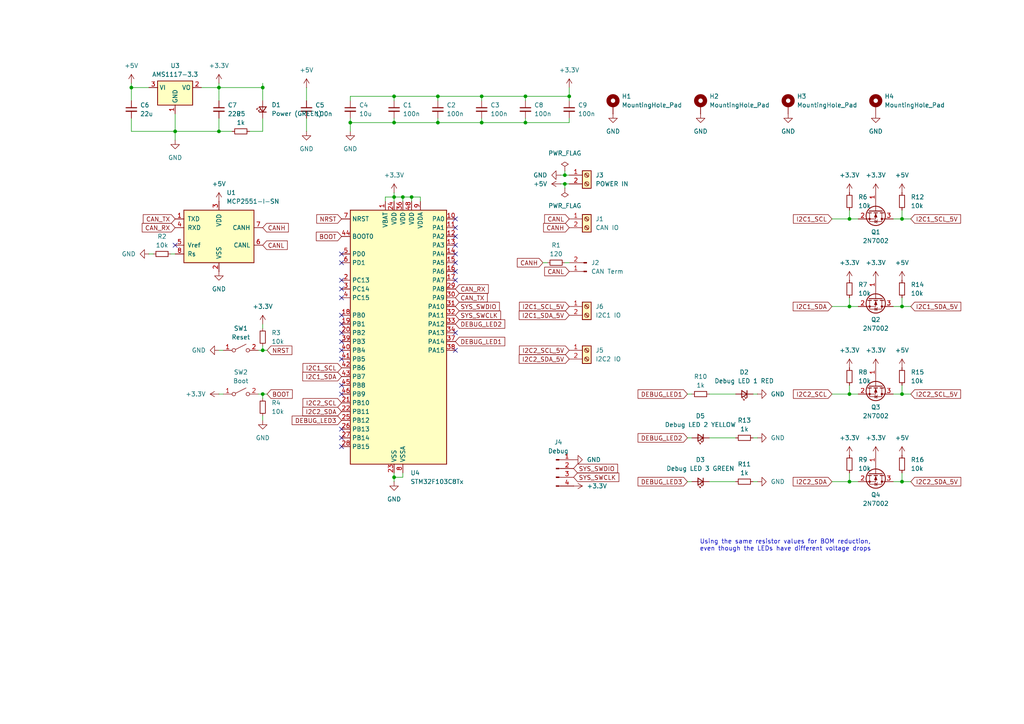
<source format=kicad_sch>
(kicad_sch (version 20231120) (generator "eeschema") (generator_version "8.0")
  (paper "A4")
  (lib_symbols
    (symbol "Connector:Conn_01x02_Pin" (pin_names (offset 1.016) hide)
      (property "Reference" "J" (at 0 2.54 0))
      (property "Value" "Conn_01x02_Pin" (at 0 -5.08 0))
      (symbol "Conn_01x02_Pin_1_1"
        (pin passive line (at 5.08 0 180) (length 3.81) (name "Pin_1") (number "1"))
        (pin passive line (at 5.08 -2.54 180) (length 3.81) (name "Pin_2") (number "2"))
      )
    )
    (symbol "Connector:Conn_01x04_Pin" (pin_names (offset 1.016) hide)
      (property "Reference" "J" (at 0 5.08 0))
      (property "Value" "Conn_01x04_Pin" (at 0 -7.62 0))
      (symbol "Conn_01x04_Pin_1_1"
        (pin passive line (at 5.08 2.54 180) (length 3.81) (name "Pin_1") (number "1"))
        (pin passive line (at 5.08 0 180) (length 3.81) (name "Pin_2") (number "2"))
        (pin passive line (at 5.08 -2.54 180) (length 3.81) (name "Pin_3") (number "3"))
        (pin passive line (at 5.08 -5.08 180) (length 3.81) (name "Pin_4") (number "4"))
      )
    )
    (symbol "Connector:Screw_Terminal_01x02" (pin_names (offset 1.016) hide)
      (property "Reference" "J" (at 0 2.54 0))
      (property "Value" "Screw_Terminal_01x02" (at 0 -5.08 0))
      (symbol "Screw_Terminal_01x02_1_1"
        (pin passive line (at -5.08 0 0) (length 3.81) (name "Pin_1") (number "1"))
        (pin passive line (at -5.08 -2.54 0) (length 3.81) (name "Pin_2") (number "2"))
      )
    )
    (symbol "Device:C_Small" (pin_numbers hide) (pin_names (offset 0.254) hide)
      (property "Reference" "C" (at 0.254 1.778 0))
      (property "Value" "C_Small" (at 0.254 -2.032 0))
      (symbol "C_Small_1_1"
        (pin passive line (at 0 2.54 270) (length 2.032) (name "~") (number "1"))
        (pin passive line (at 0 -2.54 90) (length 2.032) (name "~") (number "2"))
      )
    )
    (symbol "Device:LED_Small" (pin_numbers hide) (pin_names (offset 0.254) hide)
      (property "Reference" "D" (at -1.27 3.175 0))
      (property "Value" "LED_Small" (at -4.445 -2.54 0))
      (symbol "LED_Small_1_1"
        (pin passive line (at -2.54 0 0) (length 1.778) (name "K") (number "1"))
        (pin passive line (at 2.54 0 180) (length 1.778) (name "A") (number "2"))
      )
    )
    (symbol "Device:R_Small" (pin_numbers hide) (pin_names (offset 0.254) hide)
      (property "Reference" "R" (at 0.762 0.508 0))
      (property "Value" "R_Small" (at 0.762 -1.016 0))
      (symbol "R_Small_1_1"
        (pin passive line (at 0 2.54 270) (length 0.762) (name "~") (number "1"))
        (pin passive line (at 0 -2.54 90) (length 0.762) (name "~") (number "2"))
      )
    )
    (symbol "Interface_CAN_LIN:MCP2551-I-SN" (pin_names (offset 1.016))
      (property "Reference" "U" (at -10.16 8.89 0))
      (property "Value" "MCP2551-I-SN" (at 2.54 8.89 0))
      (symbol "MCP2551-I-SN_1_1"
        (pin input line (at -12.7 5.08 0) (length 2.54) (name "TXD") (number "1"))
        (pin power_in line (at 0 -10.16 90) (length 2.54) (name "VSS") (number "2"))
        (pin power_in line (at 0 10.16 270) (length 2.54) (name "VDD") (number "3"))
        (pin output line (at -12.7 2.54 0) (length 2.54) (name "RXD") (number "4"))
        (pin power_out line (at -12.7 -2.54 0) (length 2.54) (name "Vref") (number "5"))
        (pin bidirectional line (at 12.7 -2.54 180) (length 2.54) (name "CANL") (number "6"))
        (pin bidirectional line (at 12.7 2.54 180) (length 2.54) (name "CANH") (number "7"))
        (pin input line (at -12.7 -5.08 0) (length 2.54) (name "Rs") (number "8"))
      )
    )
    (symbol "MCU_ST_STM32F1:STM32F103C8Tx"
      (property "Reference" "U" (at -12.7 39.37 0))
      (property "Value" "STM32F103C8Tx" (at 10.16 39.37 0))
      (symbol "STM32F103C8Tx_1_1"
        (pin power_in line (at -2.54 40.64 270) (length 2.54) (name "VBAT") (number "1"))
        (pin bidirectional line (at 17.78 35.56 180) (length 2.54) (name "PA0") (number "10"))
        (pin bidirectional line (at 17.78 33.02 180) (length 2.54) (name "PA1") (number "11"))
        (pin bidirectional line (at 17.78 30.48 180) (length 2.54) (name "PA2") (number "12"))
        (pin bidirectional line (at 17.78 27.94 180) (length 2.54) (name "PA3") (number "13"))
        (pin bidirectional line (at 17.78 25.4 180) (length 2.54) (name "PA4") (number "14"))
        (pin bidirectional line (at 17.78 22.86 180) (length 2.54) (name "PA5") (number "15"))
        (pin bidirectional line (at 17.78 20.32 180) (length 2.54) (name "PA6") (number "16"))
        (pin bidirectional line (at 17.78 17.78 180) (length 2.54) (name "PA7") (number "17"))
        (pin bidirectional line (at -15.24 7.62 0) (length 2.54) (name "PB0") (number "18"))
        (pin bidirectional line (at -15.24 5.08 0) (length 2.54) (name "PB1") (number "19"))
        (pin bidirectional line (at -15.24 17.78 0) (length 2.54) (name "PC13") (number "2"))
        (pin bidirectional line (at -15.24 2.54 0) (length 2.54) (name "PB2") (number "20"))
        (pin bidirectional line (at -15.24 -17.78 0) (length 2.54) (name "PB10") (number "21"))
        (pin bidirectional line (at -15.24 -20.32 0) (length 2.54) (name "PB11") (number "22"))
        (pin power_in line (at 0 -38.1 90) (length 2.54) (name "VSS") (number "23"))
        (pin power_in line (at 0 40.64 270) (length 2.54) (name "VDD") (number "24"))
        (pin bidirectional line (at -15.24 -22.86 0) (length 2.54) (name "PB12") (number "25"))
        (pin bidirectional line (at -15.24 -25.4 0) (length 2.54) (name "PB13") (number "26"))
        (pin bidirectional line (at -15.24 -27.94 0) (length 2.54) (name "PB14") (number "27"))
        (pin bidirectional line (at -15.24 -30.48 0) (length 2.54) (name "PB15") (number "28"))
        (pin bidirectional line (at 17.78 15.24 180) (length 2.54) (name "PA8") (number "29"))
        (pin bidirectional line (at -15.24 15.24 0) (length 2.54) (name "PC14") (number "3"))
        (pin bidirectional line (at 17.78 12.7 180) (length 2.54) (name "PA9") (number "30"))
        (pin bidirectional line (at 17.78 10.16 180) (length 2.54) (name "PA10") (number "31"))
        (pin bidirectional line (at 17.78 7.62 180) (length 2.54) (name "PA11") (number "32"))
        (pin bidirectional line (at 17.78 5.08 180) (length 2.54) (name "PA12") (number "33"))
        (pin bidirectional line (at 17.78 2.54 180) (length 2.54) (name "PA13") (number "34"))
        (pin passive line (at 0 -38.1 90) (length 2.54) hide (name "VSS") (number "35"))
        (pin power_in line (at 2.54 40.64 270) (length 2.54) (name "VDD") (number "36"))
        (pin bidirectional line (at 17.78 0 180) (length 2.54) (name "PA14") (number "37"))
        (pin bidirectional line (at 17.78 -2.54 180) (length 2.54) (name "PA15") (number "38"))
        (pin bidirectional line (at -15.24 0 0) (length 2.54) (name "PB3") (number "39"))
        (pin bidirectional line (at -15.24 12.7 0) (length 2.54) (name "PC15") (number "4"))
        (pin bidirectional line (at -15.24 -2.54 0) (length 2.54) (name "PB4") (number "40"))
        (pin bidirectional line (at -15.24 -5.08 0) (length 2.54) (name "PB5") (number "41"))
        (pin bidirectional line (at -15.24 -7.62 0) (length 2.54) (name "PB6") (number "42"))
        (pin bidirectional line (at -15.24 -10.16 0) (length 2.54) (name "PB7") (number "43"))
        (pin input line (at -15.24 30.48 0) (length 2.54) (name "BOOT0") (number "44"))
        (pin bidirectional line (at -15.24 -12.7 0) (length 2.54) (name "PB8") (number "45"))
        (pin bidirectional line (at -15.24 -15.24 0) (length 2.54) (name "PB9") (number "46"))
        (pin passive line (at 0 -38.1 90) (length 2.54) hide (name "VSS") (number "47"))
        (pin power_in line (at 5.08 40.64 270) (length 2.54) (name "VDD") (number "48"))
        (pin bidirectional line (at -15.24 25.4 0) (length 2.54) (name "PD0") (number "5"))
        (pin bidirectional line (at -15.24 22.86 0) (length 2.54) (name "PD1") (number "6"))
        (pin input line (at -15.24 35.56 0) (length 2.54) (name "NRST") (number "7"))
        (pin power_in line (at 2.54 -38.1 90) (length 2.54) (name "VSSA") (number "8"))
        (pin power_in line (at 7.62 40.64 270) (length 2.54) (name "VDDA") (number "9"))
      )
    )
    (symbol "Mechanical:MountingHole_Pad" (pin_numbers hide) (pin_names (offset 1.016) hide) (exclude_from_sim yes) (in_bom no)
      (property "Reference" "H" (at 0 6.35 0))
      (property "Value" "MountingHole_Pad" (at 0 4.445 0))
      (symbol "MountingHole_Pad_1_1"
        (pin input line (at 0 -2.54 90) (length 2.54) (name "1") (number "1"))
      )
    )
    (symbol "Regulator_Linear:AMS1117-3.3"
      (property "Reference" "U" (at -3.81 3.175 0))
      (property "Value" "AMS1117-3.3" (at 0 3.175 0))
      (symbol "AMS1117-3.3_1_1"
        (pin power_in line (at 0 -7.62 90) (length 2.54) (name "GND") (number "1"))
        (pin power_out line (at 7.62 0 180) (length 2.54) (name "VO") (number "2"))
        (pin power_in line (at -7.62 0 0) (length 2.54) (name "VI") (number "3"))
      )
    )
    (symbol "Switch:SW_SPST" (pin_names (offset 0) hide)
      (property "Reference" "SW" (at 0 3.175 0))
      (property "Value" "SW_SPST" (at 0 -2.54 0))
      (symbol "SW_SPST_1_1"
        (pin passive line (at -5.08 0 0) (length 2.54) (name "A") (number "1"))
        (pin passive line (at 5.08 0 180) (length 2.54) (name "B") (number "2"))
      )
    )
    (symbol "Transistor_FET:2N7002" (pin_names hide)
      (property "Reference" "Q" (at 5.08 1.905 0))
      (property "Value" "2N7002" (at 5.08 0 0))
      (symbol "2N7002_1_1"
        (pin input line (at -5.08 0 0) (length 2.54) (name "G") (number "1"))
        (pin passive line (at 2.54 -5.08 90) (length 2.54) (name "S") (number "2"))
        (pin passive line (at 2.54 5.08 270) (length 2.54) (name "D") (number "3"))
      )
    )
    (symbol "power:+3.3V" (power) (pin_numbers hide) (pin_names (offset 0) hide)
      (property "Value" "+3.3V" (at 0 3.556 0))
      (symbol "+3.3V_1_1"
        (pin power_in line (at 0 0 90) (length 0) (name "~") (number "1"))
      )
    )
    (symbol "power:+5V" (power) (pin_numbers hide) (pin_names (offset 0) hide)
      (property "Value" "+5V" (at 0 3.556 0))
      (symbol "+5V_1_1"
        (pin power_in line (at 0 0 90) (length 0) (name "~") (number "1"))
      )
    )
    (symbol "power:GND" (power) (pin_numbers hide) (pin_names (offset 0) hide)
      (property "Value" "GND" (at 0 -3.81 0))
      (symbol "GND_1_1"
        (pin power_in line (at 0 0 270) (length 0) (name "~") (number "1"))
      )
    )
    (symbol "power:PWR_FLAG" (power) (pin_numbers hide) (pin_names (offset 0) hide)
      (property "Value" "PWR_FLAG" (at 0 3.81 0))
      (symbol "PWR_FLAG_0_0"
        (pin power_out line (at 0 0 90) (length 0) (name "~") (number "1"))
      )
    )
  )
  (junction (at 119.38 57.15))
  (junction (at 76.2 101.6))
  (junction (at 139.7 35.56))
  (junction (at 246.38 139.7))
  (junction (at 261.62 139.7))
  (junction (at 127 35.56))
  (junction (at 261.62 63.5))
  (junction (at 127 27.94))
  (junction (at 63.5 25.4))
  (junction (at 261.62 88.9))
  (junction (at 38.1 25.4))
  (junction (at 114.3 27.94))
  (junction (at 246.38 63.5))
  (junction (at 261.62 114.3))
  (junction (at 165.1 27.94))
  (junction (at 76.2 114.3))
  (junction (at 246.38 114.3))
  (junction (at 246.38 88.9))
  (junction (at 163.83 50.8))
  (junction (at 63.5 38.1))
  (junction (at 152.4 35.56))
  (junction (at 152.4 27.94))
  (junction (at 50.8 38.1))
  (junction (at 163.83 53.34))
  (junction (at 114.3 138.43))
  (junction (at 116.84 57.15))
  (junction (at 139.7 27.94))
  (junction (at 101.6 35.56))
  (junction (at 114.3 57.15))
  (junction (at 76.2 25.4))
  (junction (at 114.3 35.56))
  (no_connect (at 99.06 101.6))
  (no_connect (at 99.06 76.2))
  (no_connect (at 99.06 96.52))
  (no_connect (at 99.06 81.28))
  (no_connect (at 132.08 66.04))
  (no_connect (at 132.08 68.58))
  (no_connect (at 99.06 93.98))
  (no_connect (at 132.08 96.52))
  (no_connect (at 132.08 101.6))
  (no_connect (at 132.08 78.74))
  (no_connect (at 99.06 86.36))
  (no_connect (at 99.06 124.46))
  (no_connect (at 132.08 63.5))
  (no_connect (at 99.06 99.06))
  (no_connect (at 132.08 71.12))
  (no_connect (at 99.06 127))
  (no_connect (at 99.06 91.44))
  (no_connect (at 99.06 114.3))
  (no_connect (at 132.08 76.2))
  (no_connect (at 99.06 129.54))
  (no_connect (at 50.8 71.12))
  (no_connect (at 99.06 83.82))
  (no_connect (at 132.08 73.66))
  (no_connect (at 99.06 73.66))
  (no_connect (at 99.06 111.76))
  (no_connect (at 132.08 81.28))
  (no_connect (at 99.06 104.14))
  (wire (pts (xy 165.1 27.94) (xy 165.1 29.21)))
  (wire (pts (xy 114.3 27.94) (xy 114.3 29.21)))
  (wire (pts (xy 246.38 63.5) (xy 248.92 63.5)))
  (wire (pts (xy 139.7 29.21) (xy 139.7 27.94)))
  (wire (pts (xy 152.4 27.94) (xy 152.4 29.21)))
  (wire (pts (xy 139.7 35.56) (xy 139.7 34.29)))
  (wire (pts (xy 76.2 25.4) (xy 76.2 29.21)))
  (wire (pts (xy 116.84 57.15) (xy 116.84 58.42)))
  (wire (pts (xy 76.2 38.1) (xy 72.39 38.1)))
  (wire (pts (xy 165.1 35.56) (xy 165.1 34.29)))
  (wire (pts (xy 261.62 114.3) (xy 259.08 114.3)))
  (wire (pts (xy 76.2 93.98) (xy 76.2 95.25)))
  (wire (pts (xy 116.84 138.43) (xy 114.3 138.43)))
  (wire (pts (xy 76.2 100.33) (xy 76.2 101.6)))
  (wire (pts (xy 163.83 76.2) (xy 165.1 76.2)))
  (wire (pts (xy 50.8 33.02) (xy 50.8 38.1)))
  (wire (pts (xy 114.3 55.88) (xy 114.3 57.15)))
  (wire (pts (xy 163.83 53.34) (xy 165.1 53.34)))
  (wire (pts (xy 119.38 57.15) (xy 121.92 57.15)))
  (wire (pts (xy 116.84 137.16) (xy 116.84 138.43)))
  (wire (pts (xy 63.5 114.3) (xy 64.77 114.3)))
  (wire (pts (xy 63.5 25.4) (xy 76.2 25.4)))
  (wire (pts (xy 205.74 139.7) (xy 213.36 139.7)))
  (wire (pts (xy 162.56 50.8) (xy 163.83 50.8)))
  (wire (pts (xy 76.2 114.3) (xy 77.47 114.3)))
  (wire (pts (xy 139.7 27.94) (xy 127 27.94)))
  (wire (pts (xy 58.42 25.4) (xy 63.5 25.4)))
  (wire (pts (xy 241.3 114.3) (xy 246.38 114.3)))
  (wire (pts (xy 101.6 35.56) (xy 101.6 38.1)))
  (wire (pts (xy 63.5 101.6) (xy 64.77 101.6)))
  (wire (pts (xy 261.62 63.5) (xy 264.16 63.5)))
  (wire (pts (xy 246.38 137.16) (xy 246.38 139.7)))
  (wire (pts (xy 163.83 50.8) (xy 165.1 50.8)))
  (wire (pts (xy 74.93 101.6) (xy 76.2 101.6)))
  (wire (pts (xy 114.3 57.15) (xy 111.76 57.15)))
  (wire (pts (xy 76.2 101.6) (xy 77.47 101.6)))
  (wire (pts (xy 261.62 139.7) (xy 264.16 139.7)))
  (wire (pts (xy 111.76 57.15) (xy 111.76 58.42)))
  (wire (pts (xy 163.83 50.8) (xy 163.83 49.53)))
  (wire (pts (xy 157.48 76.2) (xy 158.75 76.2)))
  (wire (pts (xy 63.5 25.4) (xy 63.5 29.21)))
  (wire (pts (xy 63.5 34.29) (xy 63.5 38.1)))
  (wire (pts (xy 127 27.94) (xy 114.3 27.94)))
  (wire (pts (xy 127 27.94) (xy 127 29.21)))
  (wire (pts (xy 261.62 63.5) (xy 259.08 63.5)))
  (wire (pts (xy 76.2 24.13) (xy 76.2 25.4)))
  (wire (pts (xy 205.74 114.3) (xy 213.36 114.3)))
  (wire (pts (xy 74.93 114.3) (xy 76.2 114.3)))
  (wire (pts (xy 246.38 60.96) (xy 246.38 63.5)))
  (wire (pts (xy 101.6 27.94) (xy 101.6 29.21)))
  (wire (pts (xy 76.2 114.3) (xy 76.2 115.57)))
  (wire (pts (xy 246.38 88.9) (xy 248.92 88.9)))
  (wire (pts (xy 49.53 73.66) (xy 50.8 73.66)))
  (wire (pts (xy 114.3 137.16) (xy 114.3 138.43)))
  (wire (pts (xy 261.62 88.9) (xy 264.16 88.9)))
  (wire (pts (xy 63.5 38.1) (xy 50.8 38.1)))
  (wire (pts (xy 50.8 38.1) (xy 38.1 38.1)))
  (wire (pts (xy 76.2 34.29) (xy 76.2 38.1)))
  (wire (pts (xy 241.3 88.9) (xy 246.38 88.9)))
  (wire (pts (xy 114.3 57.15) (xy 116.84 57.15)))
  (wire (pts (xy 139.7 35.56) (xy 152.4 35.56)))
  (wire (pts (xy 241.3 139.7) (xy 246.38 139.7)))
  (wire (pts (xy 114.3 35.56) (xy 114.3 34.29)))
  (wire (pts (xy 261.62 114.3) (xy 264.16 114.3)))
  (wire (pts (xy 127 35.56) (xy 139.7 35.56)))
  (wire (pts (xy 261.62 86.36) (xy 261.62 88.9)))
  (wire (pts (xy 76.2 120.65) (xy 76.2 121.92)))
  (wire (pts (xy 88.9 25.4) (xy 88.9 29.21)))
  (wire (pts (xy 121.92 58.42) (xy 121.92 57.15)))
  (wire (pts (xy 38.1 25.4) (xy 43.18 25.4)))
  (wire (pts (xy 162.56 53.34) (xy 163.83 53.34)))
  (wire (pts (xy 261.62 60.96) (xy 261.62 63.5)))
  (wire (pts (xy 38.1 24.13) (xy 38.1 25.4)))
  (wire (pts (xy 205.74 127) (xy 213.36 127)))
  (wire (pts (xy 63.5 24.13) (xy 63.5 25.4)))
  (wire (pts (xy 38.1 38.1) (xy 38.1 34.29)))
  (wire (pts (xy 261.62 137.16) (xy 261.62 139.7)))
  (wire (pts (xy 261.62 111.76) (xy 261.62 114.3)))
  (wire (pts (xy 246.38 139.7) (xy 248.92 139.7)))
  (wire (pts (xy 43.18 73.66) (xy 44.45 73.66)))
  (wire (pts (xy 101.6 34.29) (xy 101.6 35.56)))
  (wire (pts (xy 139.7 27.94) (xy 152.4 27.94)))
  (wire (pts (xy 119.38 57.15) (xy 119.38 58.42)))
  (wire (pts (xy 101.6 35.56) (xy 114.3 35.56)))
  (wire (pts (xy 246.38 114.3) (xy 248.92 114.3)))
  (wire (pts (xy 218.44 114.3) (xy 219.71 114.3)))
  (wire (pts (xy 38.1 25.4) (xy 38.1 29.21)))
  (wire (pts (xy 116.84 57.15) (xy 119.38 57.15)))
  (wire (pts (xy 199.39 127) (xy 200.66 127)))
  (wire (pts (xy 246.38 86.36) (xy 246.38 88.9)))
  (wire (pts (xy 218.44 127) (xy 219.71 127)))
  (wire (pts (xy 88.9 34.29) (xy 88.9 38.1)))
  (wire (pts (xy 246.38 111.76) (xy 246.38 114.3)))
  (wire (pts (xy 163.83 53.34) (xy 163.83 54.61)))
  (wire (pts (xy 50.8 38.1) (xy 50.8 40.64)))
  (wire (pts (xy 114.3 138.43) (xy 114.3 139.7)))
  (wire (pts (xy 127 35.56) (xy 127 34.29)))
  (wire (pts (xy 63.5 38.1) (xy 67.31 38.1)))
  (wire (pts (xy 114.3 58.42) (xy 114.3 57.15)))
  (wire (pts (xy 114.3 27.94) (xy 101.6 27.94)))
  (wire (pts (xy 152.4 27.94) (xy 165.1 27.94)))
  (wire (pts (xy 218.44 139.7) (xy 219.71 139.7)))
  (wire (pts (xy 241.3 63.5) (xy 246.38 63.5)))
  (wire (pts (xy 114.3 35.56) (xy 127 35.56)))
  (wire (pts (xy 261.62 88.9) (xy 259.08 88.9)))
  (wire (pts (xy 199.39 139.7) (xy 200.66 139.7)))
  (wire (pts (xy 199.39 114.3) (xy 200.66 114.3)))
  (wire (pts (xy 152.4 35.56) (xy 165.1 35.56)))
  (wire (pts (xy 165.1 25.4) (xy 165.1 27.94)))
  (wire (pts (xy 261.62 139.7) (xy 259.08 139.7)))
  (wire (pts (xy 152.4 35.56) (xy 152.4 34.29)))
  (text "Using the same resistor values for BOM reduction,\neven though the LEDs have different voltage drops" (at 202.946 156.464 0) (effects (font (size 1.27 1.27)) (justify left top)))
  (global_label "SYS_SWCLK" (shape input) (at 166.37 138.43 0) (property "Intersheetrefs" "${INTERSHEET_REFS}" (effects (hide yes))))
  (global_label "CANH" (shape input) (at 157.48 76.2 180) (property "Intersheetrefs" "${INTERSHEET_REFS}" (effects (hide yes))))
  (global_label "I2C1_SDA_5V" (shape input) (at 165.1 91.44 180) (property "Intersheetrefs" "${INTERSHEET_REFS}" (effects (hide yes))))
  (global_label "I2C2_SDA_5V" (shape input) (at 264.16 139.7 0) (property "Intersheetrefs" "${INTERSHEET_REFS}" (effects (hide yes))))
  (global_label "CAN_RX" (shape input) (at 50.8 66.04 180) (property "Intersheetrefs" "${INTERSHEET_REFS}" (effects (hide yes))))
  (global_label "DEBUG_LED3" (shape input) (at 199.39 139.7 180) (property "Intersheetrefs" "${INTERSHEET_REFS}" (effects (hide yes))))
  (global_label "I2C1_SCL_5V" (shape input) (at 165.1 88.9 180) (property "Intersheetrefs" "${INTERSHEET_REFS}" (effects (hide yes))))
  (global_label "I2C2_SCL_5V" (shape input) (at 264.16 114.3 0) (property "Intersheetrefs" "${INTERSHEET_REFS}" (effects (hide yes))))
  (global_label "DEBUG_LED2" (shape input) (at 199.39 127 180) (property "Intersheetrefs" "${INTERSHEET_REFS}" (effects (hide yes))))
  (global_label "I2C1_SDA" (shape input) (at 99.06 109.22 180) (property "Intersheetrefs" "${INTERSHEET_REFS}" (effects (hide yes))))
  (global_label "I2C2_SDA" (shape input) (at 99.06 119.38 180) (property "Intersheetrefs" "${INTERSHEET_REFS}" (effects (hide yes))))
  (global_label "DEBUG_LED3" (shape input) (at 99.06 121.92 180) (property "Intersheetrefs" "${INTERSHEET_REFS}" (effects (hide yes))))
  (global_label "CANH" (shape input) (at 76.2 66.04 0) (property "Intersheetrefs" "${INTERSHEET_REFS}" (effects (hide yes))))
  (global_label "CANL" (shape input) (at 165.1 63.5 180) (property "Intersheetrefs" "${INTERSHEET_REFS}" (effects (hide yes))))
  (global_label "CAN_RX" (shape input) (at 132.08 83.82 0) (property "Intersheetrefs" "${INTERSHEET_REFS}" (effects (hide yes))))
  (global_label "DEBUG_LED2" (shape input) (at 132.08 93.98 0) (property "Intersheetrefs" "${INTERSHEET_REFS}" (effects (hide yes))))
  (global_label "NRST" (shape input) (at 99.06 63.5 180) (property "Intersheetrefs" "${INTERSHEET_REFS}" (effects (hide yes))))
  (global_label "CANH" (shape input) (at 165.1 66.04 180) (property "Intersheetrefs" "${INTERSHEET_REFS}" (effects (hide yes))))
  (global_label "CAN_TX" (shape input) (at 50.8 63.5 180) (property "Intersheetrefs" "${INTERSHEET_REFS}" (effects (hide yes))))
  (global_label "DEBUG_LED1" (shape input) (at 132.08 99.06 0) (property "Intersheetrefs" "${INTERSHEET_REFS}" (effects (hide yes))))
  (global_label "I2C1_SCL_5V" (shape input) (at 264.16 63.5 0) (property "Intersheetrefs" "${INTERSHEET_REFS}" (effects (hide yes))))
  (global_label "CANL" (shape input) (at 165.1 78.74 180) (property "Intersheetrefs" "${INTERSHEET_REFS}" (effects (hide yes))))
  (global_label "CANL" (shape input) (at 76.2 71.12 0) (property "Intersheetrefs" "${INTERSHEET_REFS}" (effects (hide yes))))
  (global_label "I2C2_SCL" (shape input) (at 99.06 116.84 180) (property "Intersheetrefs" "${INTERSHEET_REFS}" (effects (hide yes))))
  (global_label "SYS_SWDIO" (shape input) (at 166.37 135.89 0) (property "Intersheetrefs" "${INTERSHEET_REFS}" (effects (hide yes))))
  (global_label "BOOT" (shape input) (at 77.47 114.3 0) (property "Intersheetrefs" "${INTERSHEET_REFS}" (effects (hide yes))))
  (global_label "I2C1_SDA" (shape input) (at 241.3 88.9 180) (property "Intersheetrefs" "${INTERSHEET_REFS}" (effects (hide yes))))
  (global_label "NRST" (shape input) (at 77.47 101.6 0) (property "Intersheetrefs" "${INTERSHEET_REFS}" (effects (hide yes))))
  (global_label "I2C2_SDA" (shape input) (at 241.3 139.7 180) (property "Intersheetrefs" "${INTERSHEET_REFS}" (effects (hide yes))))
  (global_label "I2C1_SCL" (shape input) (at 241.3 63.5 180) (property "Intersheetrefs" "${INTERSHEET_REFS}" (effects (hide yes))))
  (global_label "I2C2_SCL" (shape input) (at 241.3 114.3 180) (property "Intersheetrefs" "${INTERSHEET_REFS}" (effects (hide yes))))
  (global_label "DEBUG_LED1" (shape input) (at 199.39 114.3 180) (property "Intersheetrefs" "${INTERSHEET_REFS}" (effects (hide yes))))
  (global_label "I2C2_SDA_5V" (shape input) (at 165.1 104.14 180) (property "Intersheetrefs" "${INTERSHEET_REFS}" (effects (hide yes))))
  (global_label "I2C1_SDA_5V" (shape input) (at 264.16 88.9 0) (property "Intersheetrefs" "${INTERSHEET_REFS}" (effects (hide yes))))
  (global_label "I2C2_SCL_5V" (shape input) (at 165.1 101.6 180) (property "Intersheetrefs" "${INTERSHEET_REFS}" (effects (hide yes))))
  (global_label "SYS_SWCLK" (shape input) (at 132.08 91.44 0) (property "Intersheetrefs" "${INTERSHEET_REFS}" (effects (hide yes))))
  (global_label "CAN_TX" (shape input) (at 132.08 86.36 0) (property "Intersheetrefs" "${INTERSHEET_REFS}" (effects (hide yes))))
  (global_label "I2C1_SCL" (shape input) (at 99.06 106.68 180) (property "Intersheetrefs" "${INTERSHEET_REFS}" (effects (hide yes))))
  (global_label "SYS_SWDIO" (shape input) (at 132.08 88.9 0) (property "Intersheetrefs" "${INTERSHEET_REFS}" (effects (hide yes))))
  (global_label "BOOT" (shape input) (at 99.06 68.58 180) (property "Intersheetrefs" "${INTERSHEET_REFS}" (effects (hide yes))))
  (symbol (lib_id "power:+3.3V") (at 246.38 132.08 0) (unit 1)
    (property "Reference" "#PWR026" (effects (hide yes)))
    (property "Value" "+3.3V" (at 246.38 127 0))
    (property "Description" "Power symbol creates a global label with name \"+3.3V\"" (effects (hide yes)))
  )
  (symbol (lib_id "Regulator_Linear:AMS1117-3.3") (at 50.8 25.4 0) (unit 1)
    (property "Reference" "U3" (at 50.8 19.05 0))
    (property "Value" "AMS1117-3.3" (at 50.8 21.59 0))
    (property "Footprint" "Package_TO_SOT_SMD:SOT-223-3_TabPin2" (effects (hide yes)))
    (property "Datasheet" "http://www.advanced-monolithic.com/pdf/ds1117.pdf" (effects (hide yes)))
    (property "Description" "1A Low Dropout regulator, positive, 3.3V fixed output, SOT-223" (effects (hide yes)))
    (property "MPN" "C6186" (effects (hide yes)))
  )
  (symbol (lib_id "MCU_ST_STM32F1:STM32F103C8Tx") (at 114.3 99.06 0) (unit 1)
    (property "Reference" "U4" (at 119.0341 137.16 0) (effects (justify left)))
    (property "Value" "STM32F103C8Tx" (at 119.0341 139.7 0) (effects (justify left)))
    (property "Footprint" "Package_QFP:LQFP-48_7x7mm_P0.5mm" (effects (hide yes)))
    (property "Datasheet" "https://www.st.com/resource/en/datasheet/stm32f103c8.pdf" (effects (hide yes)))
    (property "Description" "STMicroelectronics Arm Cortex-M3 MCU, 64KB flash, 20KB RAM, 72 MHz, 2.0-3.6V, 37 GPIO, LQFP48" (effects (hide yes)))
    (property "MPN" "C8734" (effects (hide yes)))
  )
  (symbol (lib_id "Device:R_Small") (at 76.2 118.11 180) (unit 1)
    (property "Reference" "R4" (at 78.74 116.8399 0) (effects (justify right)))
    (property "Value" "10k" (at 78.74 119.3799 0) (effects (justify right)))
    (property "Footprint" "Resistor_SMD:R_0402_1005Metric" (effects (hide yes)))
    (property "Description" "Resistor, small symbol" (effects (hide yes)))
    (property "MPN" "C25744" (effects (hide yes)))
  )
  (symbol (lib_id "power:GND") (at 63.5 101.6 270) (unit 1)
    (property "Reference" "#PWR011" (effects (hide yes)))
    (property "Value" "GND" (at 59.69 101.5999 90) (effects (justify right)))
    (property "Description" "Power symbol creates a global label with name \"GND\" , ground" (effects (hide yes)))
  )
  (symbol (lib_id "Device:R_Small") (at 215.9 139.7 90) (unit 1)
    (property "Reference" "R11" (at 215.9 134.62 90))
    (property "Value" "1k" (at 215.9 137.16 90))
    (property "Footprint" "Resistor_SMD:R_0402_1005Metric" (effects (hide yes)))
    (property "Description" "Resistor, small symbol" (effects (hide yes)))
    (property "MPN" "C11702" (effects (hide yes)))
  )
  (symbol (lib_id "Device:R_Small") (at 261.62 83.82 180) (unit 1)
    (property "Reference" "R14" (at 264.16 82.5499 0) (effects (justify right)))
    (property "Value" "10k" (at 264.16 85.0899 0) (effects (justify right)))
    (property "Footprint" "Resistor_SMD:R_0402_1005Metric" (effects (hide yes)))
    (property "Description" "Resistor, small symbol" (effects (hide yes)))
    (property "MPN" "C25744" (effects (hide yes)))
  )
  (symbol (lib_id "Mechanical:MountingHole_Pad") (at 203.2 30.48 0) (unit 1) (exclude_from_sim yes) (in_bom no)
    (property "Reference" "H2" (at 205.74 27.9399 0) (effects (justify left)))
    (property "Value" "MountingHole_Pad" (at 205.74 30.4799 0) (effects (justify left)))
    (property "Footprint" "MountingHole:MountingHole_2.2mm_M2_Pad" (effects (hide yes)))
    (property "Description" "Mounting Hole with connection" (effects (hide yes)))
  )
  (symbol (lib_id "Device:R_Small") (at 246.38 109.22 180) (unit 1)
    (property "Reference" "R8" (at 248.92 107.9499 0) (effects (justify right)))
    (property "Value" "10k" (at 248.92 110.4899 0) (effects (justify right)))
    (property "Footprint" "Resistor_SMD:R_0402_1005Metric" (effects (hide yes)))
    (property "Description" "Resistor, small symbol" (effects (hide yes)))
    (property "MPN" "C25744" (effects (hide yes)))
  )
  (symbol (lib_id "Device:C_Small") (at 114.3 31.75 0) (unit 1)
    (property "Reference" "C1" (at 116.84 30.4862 0) (effects (justify left)))
    (property "Value" "100n" (at 116.84 33.0262 0) (effects (justify left)))
    (property "Footprint" "Capacitor_SMD:C_0402_1005Metric" (effects (hide yes)))
    (property "Description" "Unpolarized capacitor, small symbol" (effects (hide yes)))
    (property "MPN" "C1525" (effects (hide yes)))
  )
  (symbol (lib_id "Mechanical:MountingHole_Pad") (at 177.8 30.48 0) (unit 1) (exclude_from_sim yes) (in_bom no)
    (property "Reference" "H1" (at 180.34 27.9399 0) (effects (justify left)))
    (property "Value" "MountingHole_Pad" (at 180.34 30.4799 0) (effects (justify left)))
    (property "Footprint" "MountingHole:MountingHole_2.2mm_M2_Pad" (effects (hide yes)))
    (property "Description" "Mounting Hole with connection" (effects (hide yes)))
  )
  (symbol (lib_id "power:+3.3V") (at 246.38 106.68 0) (unit 1)
    (property "Reference" "#PWR025" (effects (hide yes)))
    (property "Value" "+3.3V" (at 246.38 101.6 0))
    (property "Description" "Power symbol creates a global label with name \"+3.3V\"" (effects (hide yes)))
  )
  (symbol (lib_id "power:GND") (at 63.5 78.74 0) (unit 1)
    (property "Reference" "#PWR04" (effects (hide yes)))
    (property "Value" "GND" (at 63.5 83.82 0))
    (property "Description" "Power symbol creates a global label with name \"GND\" , ground" (effects (hide yes)))
  )
  (symbol (lib_id "power:GND") (at 162.56 50.8 270) (unit 1)
    (property "Reference" "#PWR022" (effects (hide yes)))
    (property "Value" "GND" (at 158.75 50.7999 90) (effects (justify right)))
    (property "Description" "Power symbol creates a global label with name \"GND\" , ground" (effects (hide yes)))
  )
  (symbol (lib_id "power:GND") (at 228.6 33.02 0) (unit 1)
    (property "Reference" "#PWR024" (effects (hide yes)))
    (property "Value" "GND" (at 228.6 38.1 0))
    (property "Description" "Power symbol creates a global label with name \"GND\" , ground" (effects (hide yes)))
  )
  (symbol (lib_id "Interface_CAN_LIN:MCP2551-I-SN") (at 63.5 68.58 0) (unit 1)
    (property "Reference" "U1" (at 65.6941 55.88 0) (effects (justify left)))
    (property "Value" "MCP2551-I-SN" (at 65.6941 58.42 0) (effects (justify left)))
    (property "Footprint" "Package_SO:SOIC-8_3.9x4.9mm_P1.27mm" (effects (hide yes)))
    (property "Datasheet" "http://ww1.microchip.com/downloads/en/devicedoc/21667d.pdf" (effects (hide yes)))
    (property "Description" "High-Speed CAN Transceiver, 1Mbps, 5V supply, SOIC-8" (effects (hide yes)))
    (property "MPN" "C49558" (effects (hide yes)))
  )
  (symbol (lib_id "Connector:Conn_01x04_Pin") (at 161.29 135.89 0) (unit 1)
    (property "Reference" "J4" (at 161.925 128.27 0))
    (property "Value" "Debug" (at 161.925 130.81 0))
    (property "Footprint" "Connector_PinHeader_2.54mm:PinHeader_1x04_P2.54mm_Vertical" (effects (hide yes)))
    (property "Description" "Generic connector, single row, 01x04, script generated" (effects (hide yes)))
    (property "MPN" "C2691448" (effects (hide yes)))
  )
  (symbol (lib_id "power:+3.3V") (at 254 55.88 0) (unit 1)
    (property "Reference" "#PWR032" (effects (hide yes)))
    (property "Value" "+3.3V" (at 254 50.8 0))
    (property "Description" "Power symbol creates a global label with name \"+3.3V\"" (effects (hide yes)))
  )
  (symbol (lib_id "power:GND") (at 219.71 114.3 90) (unit 1)
    (property "Reference" "#PWR028" (effects (hide yes)))
    (property "Value" "GND" (at 223.52 114.2999 90) (effects (justify right)))
    (property "Description" "Power symbol creates a global label with name \"GND\" , ground" (effects (hide yes)))
  )
  (symbol (lib_id "power:GND") (at 254 33.02 0) (unit 1)
    (property "Reference" "#PWR027" (effects (hide yes)))
    (property "Value" "GND" (at 254 38.1 0))
    (property "Description" "Power symbol creates a global label with name \"GND\" , ground" (effects (hide yes)))
  )
  (symbol (lib_id "Switch:SW_SPST") (at 69.85 101.6 0) (unit 1)
    (property "Reference" "SW1" (at 69.85 95.25 0))
    (property "Value" "Reset" (at 69.85 97.79 0))
    (property "Footprint" "Button_Switch_SMD:SW_Push_1P1T_XKB_TS-1187A" (effects (hide yes)))
    (property "Description" "Single Pole Single Throw (SPST) switch" (effects (hide yes)))
    (property "MPN" "C318884" (effects (hide yes)))
  )
  (symbol (lib_id "power:+5V") (at 63.5 58.42 0) (unit 1)
    (property "Reference" "#PWR03" (effects (hide yes)))
    (property "Value" "+5V" (at 63.5 53.34 0))
    (property "Description" "Power symbol creates a global label with name \"+5V\"" (effects (hide yes)))
  )
  (symbol (lib_id "power:+3.3V") (at 254 132.08 0) (unit 1)
    (property "Reference" "#PWR035" (effects (hide yes)))
    (property "Value" "+3.3V" (at 254 127 0))
    (property "Description" "Power symbol creates a global label with name \"+3.3V\"" (effects (hide yes)))
  )
  (symbol (lib_id "power:GND") (at 88.9 38.1 0) (unit 1)
    (property "Reference" "#PWR013" (effects (hide yes)))
    (property "Value" "GND" (at 88.9 43.18 0))
    (property "Description" "Power symbol creates a global label with name \"GND\" , ground" (effects (hide yes)))
  )
  (symbol (lib_id "Device:R_Small") (at 261.62 134.62 180) (unit 1)
    (property "Reference" "R16" (at 264.16 133.3499 0) (effects (justify right)))
    (property "Value" "10k" (at 264.16 135.8899 0) (effects (justify right)))
    (property "Footprint" "Resistor_SMD:R_0402_1005Metric" (effects (hide yes)))
    (property "Description" "Resistor, small symbol" (effects (hide yes)))
    (property "MPN" "C25744" (effects (hide yes)))
  )
  (symbol (lib_id "Connector:Screw_Terminal_01x02") (at 170.18 101.6 0) (unit 1)
    (property "Reference" "J5" (at 172.72 101.5999 0) (effects (justify left)))
    (property "Value" "I2C2 IO" (at 172.72 104.1399 0) (effects (justify left)))
    (property "Footprint" "TerminalBlock_4Ucon:TerminalBlock_4Ucon_1x02_P3.50mm_Horizontal" (effects (hide yes)))
    (property "Description" "Generic screw terminal, single row, 01x02, script generated (kicad-library-utils/schlib/autogen/connector/)" (effects (hide yes)))
    (property "MPN" "C695629" (effects (hide yes)))
  )
  (symbol (lib_id "power:+3.3V") (at 63.5 114.3 90) (unit 1)
    (property "Reference" "#PWR015" (effects (hide yes)))
    (property "Value" "+3.3V" (at 59.69 114.2999 90) (effects (justify left)))
    (property "Description" "Power symbol creates a global label with name \"+3.3V\"" (effects (hide yes)))
  )
  (symbol (lib_id "Device:R_Small") (at 76.2 97.79 0) (unit 1)
    (property "Reference" "R3" (at 78.74 96.5199 0) (effects (justify left)))
    (property "Value" "10k" (at 78.74 99.0599 0) (effects (justify left)))
    (property "Footprint" "Resistor_SMD:R_0402_1005Metric" (effects (hide yes)))
    (property "Description" "Resistor, small symbol" (effects (hide yes)))
    (property "MPN" "C25744" (effects (hide yes)))
  )
  (symbol (lib_id "power:+5V") (at 261.62 81.28 0) (unit 1)
    (property "Reference" "#PWR038" (effects (hide yes)))
    (property "Value" "+5V" (at 261.62 76.2 0))
    (property "Description" "Power symbol creates a global label with name \"+5V\"" (effects (hide yes)))
  )
  (symbol (lib_id "Device:R_Small") (at 246.38 83.82 180) (unit 1)
    (property "Reference" "R7" (at 248.92 82.5499 0) (effects (justify right)))
    (property "Value" "10k" (at 248.92 85.0899 0) (effects (justify right)))
    (property "Footprint" "Resistor_SMD:R_0402_1005Metric" (effects (hide yes)))
    (property "Description" "Resistor, small symbol" (effects (hide yes)))
    (property "MPN" "C25744" (effects (hide yes)))
  )
  (symbol (lib_id "Transistor_FET:2N7002") (at 254 111.76 270) (unit 1)
    (property "Reference" "Q3" (at 254 118.11 90))
    (property "Value" "2N7002" (at 254 120.65 90))
    (property "Footprint" "Package_TO_SOT_SMD:SOT-23" (effects (hide yes)))
    (property "Datasheet" "https://www.onsemi.com/pub/Collateral/NDS7002A-D.PDF" (effects (hide yes)))
    (property "Description" "0.115A Id, 60V Vds, N-Channel MOSFET, SOT-23" (effects (hide yes)))
  )
  (symbol (lib_id "power:+5V") (at 38.1 24.13 0) (unit 1)
    (property "Reference" "#PWR018" (effects (hide yes)))
    (property "Value" "+5V" (at 38.1 19.05 0))
    (property "Description" "Power symbol creates a global label with name \"+5V\"" (effects (hide yes)))
  )
  (symbol (lib_id "Device:C_Small") (at 165.1 31.75 0) (unit 1)
    (property "Reference" "C9" (at 167.64 30.4862 0) (effects (justify left)))
    (property "Value" "100n" (at 167.64 33.0262 0) (effects (justify left)))
    (property "Footprint" "Capacitor_SMD:C_0402_1005Metric" (effects (hide yes)))
    (property "Description" "Unpolarized capacitor, small symbol" (effects (hide yes)))
    (property "MPN" "C1525" (effects (hide yes)))
  )
  (symbol (lib_id "power:+5V") (at 261.62 55.88 0) (unit 1)
    (property "Reference" "#PWR039" (effects (hide yes)))
    (property "Value" "+5V" (at 261.62 50.8 0))
    (property "Description" "Power symbol creates a global label with name \"+5V\"" (effects (hide yes)))
  )
  (symbol (lib_id "Device:R_Small") (at 69.85 38.1 90) (unit 1)
    (property "Reference" "R5" (at 69.85 33.02 90))
    (property "Value" "1k" (at 69.85 35.56 90))
    (property "Footprint" "Resistor_SMD:R_0402_1005Metric" (effects (hide yes)))
    (property "Description" "Resistor, small symbol" (effects (hide yes)))
    (property "MPN" "C11702" (effects (hide yes)))
  )
  (symbol (lib_id "power:GND") (at 101.6 38.1 0) (unit 1)
    (property "Reference" "#PWR09" (effects (hide yes)))
    (property "Value" "GND" (at 101.6 43.18 0))
    (property "Description" "Power symbol creates a global label with name \"GND\" , ground" (effects (hide yes)))
  )
  (symbol (lib_id "power:+3.3V") (at 165.1 25.4 0) (unit 1)
    (property "Reference" "#PWR08" (effects (hide yes)))
    (property "Value" "+3.3V" (at 165.1 20.32 0))
    (property "Description" "Power symbol creates a global label with name \"+3.3V\"" (effects (hide yes)))
  )
  (symbol (lib_id "Device:R_Small") (at 215.9 127 90) (unit 1)
    (property "Reference" "R13" (at 215.9 121.92 90))
    (property "Value" "1k" (at 215.9 124.46 90))
    (property "Footprint" "Resistor_SMD:R_0402_1005Metric" (effects (hide yes)))
    (property "Description" "Resistor, small symbol" (effects (hide yes)))
    (property "MPN" "C11702" (effects (hide yes)))
  )
  (symbol (lib_id "power:PWR_FLAG") (at 163.83 54.61 180) (unit 1)
    (property "Reference" "#FLG02" (effects (hide yes)))
    (property "Value" "PWR_FLAG" (at 163.83 59.69 0))
    (property "Description" "Special symbol for telling ERC where power comes from" (effects (hide yes)))
  )
  (symbol (lib_id "Device:LED_Small") (at 76.2 31.75 90) (unit 1)
    (property "Reference" "D1" (at 78.74 30.4164 90) (effects (justify right)))
    (property "Value" "Power (GREEN)" (at 78.74 32.9564 90) (effects (justify right)))
    (property "Footprint" "LED_SMD:LED_0805_2012Metric" (effects (hide yes)))
    (property "Description" "Light emitting diode, small symbol" (effects (hide yes)))
    (property "MPN" "C2297" (effects (hide yes)))
  )
  (symbol (lib_id "Transistor_FET:2N7002") (at 254 60.96 270) (unit 1)
    (property "Reference" "Q1" (at 254 67.31 90))
    (property "Value" "2N7002" (at 254 69.85 90))
    (property "Footprint" "Package_TO_SOT_SMD:SOT-23" (effects (hide yes)))
    (property "Datasheet" "https://www.onsemi.com/pub/Collateral/NDS7002A-D.PDF" (effects (hide yes)))
    (property "Description" "0.115A Id, 60V Vds, N-Channel MOSFET, SOT-23" (effects (hide yes)))
  )
  (symbol (lib_id "Device:R_Small") (at 203.2 114.3 90) (unit 1)
    (property "Reference" "R10" (at 203.2 109.22 90))
    (property "Value" "1k" (at 203.2 111.76 90))
    (property "Footprint" "Resistor_SMD:R_0402_1005Metric" (effects (hide yes)))
    (property "Description" "Resistor, small symbol" (effects (hide yes)))
    (property "MPN" "C11702" (effects (hide yes)))
  )
  (symbol (lib_id "Connector:Screw_Terminal_01x02") (at 170.18 63.5 0) (unit 1)
    (property "Reference" "J1" (at 172.72 63.4999 0) (effects (justify left)))
    (property "Value" "CAN IO" (at 172.72 66.0399 0) (effects (justify left)))
    (property "Footprint" "TerminalBlock_4Ucon:TerminalBlock_4Ucon_1x02_P3.50mm_Horizontal" (effects (hide yes)))
    (property "Description" "Generic screw terminal, single row, 01x02, script generated (kicad-library-utils/schlib/autogen/connector/)" (effects (hide yes)))
    (property "MPN" "C695629" (effects (hide yes)))
  )
  (symbol (lib_id "Device:C_Small") (at 63.5 31.75 0) (unit 1)
    (property "Reference" "C7" (at 66.04 30.4862 0) (effects (justify left)))
    (property "Value" "22u" (at 66.04 33.0262 0) (effects (justify left)))
    (property "Footprint" "Capacitor_SMD:C_1206_3216Metric" (effects (hide yes)))
    (property "Description" "Unpolarized capacitor, small symbol" (effects (hide yes)))
    (property "MPN" "C12891" (effects (hide yes)))
  )
  (symbol (lib_id "power:+3.3V") (at 246.38 81.28 0) (unit 1)
    (property "Reference" "#PWR021" (effects (hide yes)))
    (property "Value" "+3.3V" (at 246.38 76.2 0))
    (property "Description" "Power symbol creates a global label with name \"+3.3V\"" (effects (hide yes)))
  )
  (symbol (lib_id "power:PWR_FLAG") (at 163.83 49.53 0) (unit 1)
    (property "Reference" "#FLG01" (effects (hide yes)))
    (property "Value" "PWR_FLAG" (at 163.83 44.45 0))
    (property "Description" "Special symbol for telling ERC where power comes from" (effects (hide yes)))
  )
  (symbol (lib_id "power:+5V") (at 261.62 132.08 0) (unit 1)
    (property "Reference" "#PWR036" (effects (hide yes)))
    (property "Value" "+5V" (at 261.62 127 0))
    (property "Description" "Power symbol creates a global label with name \"+5V\"" (effects (hide yes)))
  )
  (symbol (lib_id "power:+3.3V") (at 76.2 93.98 0) (unit 1)
    (property "Reference" "#PWR010" (effects (hide yes)))
    (property "Value" "+3.3V" (at 76.2 88.9 0))
    (property "Description" "Power symbol creates a global label with name \"+3.3V\"" (effects (hide yes)))
  )
  (symbol (lib_id "power:+5V") (at 261.62 106.68 0) (unit 1)
    (property "Reference" "#PWR037" (effects (hide yes)))
    (property "Value" "+5V" (at 261.62 101.6 0))
    (property "Description" "Power symbol creates a global label with name \"+5V\"" (effects (hide yes)))
  )
  (symbol (lib_id "Device:R_Small") (at 246.38 134.62 180) (unit 1)
    (property "Reference" "R9" (at 248.92 133.3499 0) (effects (justify right)))
    (property "Value" "10k" (at 248.92 135.8899 0) (effects (justify right)))
    (property "Footprint" "Resistor_SMD:R_0402_1005Metric" (effects (hide yes)))
    (property "Description" "Resistor, small symbol" (effects (hide yes)))
    (property "MPN" "C25744" (effects (hide yes)))
  )
  (symbol (lib_id "Connector:Screw_Terminal_01x02") (at 170.18 50.8 0) (unit 1)
    (property "Reference" "J3" (at 172.72 50.7999 0) (effects (justify left)))
    (property "Value" "POWER IN" (at 172.72 53.3399 0) (effects (justify left)))
    (property "Footprint" "TerminalBlock_4Ucon:TerminalBlock_4Ucon_1x02_P3.50mm_Horizontal" (effects (hide yes)))
    (property "Description" "Generic screw terminal, single row, 01x02, script generated (kicad-library-utils/schlib/autogen/connector/)" (effects (hide yes)))
    (property "MPN" "C695629" (effects (hide yes)))
  )
  (symbol (lib_id "power:GND") (at 203.2 33.02 0) (unit 1)
    (property "Reference" "#PWR07" (effects (hide yes)))
    (property "Value" "GND" (at 203.2 38.1 0))
    (property "Description" "Power symbol creates a global label with name \"GND\" , ground" (effects (hide yes)))
  )
  (symbol (lib_id "power:+3.3V") (at 63.5 24.13 0) (unit 1)
    (property "Reference" "#PWR019" (effects (hide yes)))
    (property "Value" "+3.3V" (at 63.5 19.05 0))
    (property "Description" "Power symbol creates a global label with name \"+3.3V\"" (effects (hide yes)))
  )
  (symbol (lib_id "power:GND") (at 166.37 133.35 90) (unit 1)
    (property "Reference" "#PWR017" (effects (hide yes)))
    (property "Value" "GND" (at 170.18 133.3499 90) (effects (justify right)))
    (property "Description" "Power symbol creates a global label with name \"GND\" , ground" (effects (hide yes)))
  )
  (symbol (lib_id "power:GND") (at 50.8 40.64 0) (unit 1)
    (property "Reference" "#PWR030" (effects (hide yes)))
    (property "Value" "GND" (at 50.8 45.72 0))
    (property "Description" "Power symbol creates a global label with name \"GND\" , ground" (effects (hide yes)))
  )
  (symbol (lib_id "Device:C_Small") (at 101.6 31.75 0) (unit 1)
    (property "Reference" "C4" (at 104.14 30.4862 0) (effects (justify left)))
    (property "Value" "10u" (at 104.14 33.0262 0) (effects (justify left)))
    (property "Footprint" "Capacitor_SMD:C_0805_2012Metric" (effects (hide yes)))
    (property "Description" "Unpolarized capacitor, small symbol" (effects (hide yes)))
    (property "MPN" "C15850" (effects (hide yes)))
  )
  (symbol (lib_id "power:GND") (at 177.8 33.02 0) (unit 1)
    (property "Reference" "#PWR06" (effects (hide yes)))
    (property "Value" "GND" (at 177.8 38.1 0))
    (property "Description" "Power symbol creates a global label with name \"GND\" , ground" (effects (hide yes)))
  )
  (symbol (lib_id "power:+3.3V") (at 246.38 55.88 0) (unit 1)
    (property "Reference" "#PWR020" (effects (hide yes)))
    (property "Value" "+3.3V" (at 246.38 50.8 0))
    (property "Description" "Power symbol creates a global label with name \"+3.3V\"" (effects (hide yes)))
  )
  (symbol (lib_id "Mechanical:MountingHole_Pad") (at 254 30.48 0) (unit 1) (exclude_from_sim yes) (in_bom no)
    (property "Reference" "H4" (at 256.54 27.9399 0) (effects (justify left)))
    (property "Value" "MountingHole_Pad" (at 256.54 30.4799 0) (effects (justify left)))
    (property "Footprint" "MountingHole:MountingHole_2.2mm_M2_Pad" (effects (hide yes)))
    (property "Description" "Mounting Hole with connection" (effects (hide yes)))
  )
  (symbol (lib_id "Device:C_Small") (at 127 31.75 0) (unit 1)
    (property "Reference" "C2" (at 129.54 30.4862 0) (effects (justify left)))
    (property "Value" "100n" (at 129.54 33.0262 0) (effects (justify left)))
    (property "Footprint" "Capacitor_SMD:C_0402_1005Metric" (effects (hide yes)))
    (property "Description" "Unpolarized capacitor, small symbol" (effects (hide yes)))
    (property "MPN" "C1525" (effects (hide yes)))
  )
  (symbol (lib_id "Device:R_Small") (at 46.99 73.66 90) (unit 1)
    (property "Reference" "R2" (at 46.99 68.58 90))
    (property "Value" "10k" (at 46.99 71.12 90))
    (property "Footprint" "Resistor_SMD:R_0402_1005Metric" (effects (hide yes)))
    (property "Description" "Resistor, small symbol" (effects (hide yes)))
    (property "MPN" "C25744" (effects (hide yes)))
  )
  (symbol (lib_id "power:+5V") (at 88.9 25.4 0) (unit 1)
    (property "Reference" "#PWR012" (effects (hide yes)))
    (property "Value" "+5V" (at 88.9 20.32 0))
    (property "Description" "Power symbol creates a global label with name \"+5V\"" (effects (hide yes)))
  )
  (symbol (lib_id "power:GND") (at 114.3 139.7 0) (unit 1)
    (property "Reference" "#PWR01" (effects (hide yes)))
    (property "Value" "GND" (at 114.3 144.78 0))
    (property "Description" "Power symbol creates a global label with name \"GND\" , ground" (effects (hide yes)))
  )
  (symbol (lib_id "Device:C_Small") (at 88.9 31.75 0) (unit 1)
    (property "Reference" "C5" (at 91.44 30.4862 0) (effects (justify left)))
    (property "Value" "100n" (at 91.44 33.0262 0) (effects (justify left)))
    (property "Footprint" "Capacitor_SMD:C_0402_1005Metric" (effects (hide yes)))
    (property "Description" "Unpolarized capacitor, small symbol" (effects (hide yes)))
    (property "MPN" "C1525" (effects (hide yes)))
  )
  (symbol (lib_id "Transistor_FET:2N7002") (at 254 137.16 270) (unit 1)
    (property "Reference" "Q4" (at 254 143.51 90))
    (property "Value" "2N7002" (at 254 146.05 90))
    (property "Footprint" "Package_TO_SOT_SMD:SOT-23" (effects (hide yes)))
    (property "Datasheet" "https://www.onsemi.com/pub/Collateral/NDS7002A-D.PDF" (effects (hide yes)))
    (property "Description" "0.115A Id, 60V Vds, N-Channel MOSFET, SOT-23" (effects (hide yes)))
  )
  (symbol (lib_id "Device:C_Small") (at 139.7 31.75 0) (unit 1)
    (property "Reference" "C3" (at 142.24 30.4862 0) (effects (justify left)))
    (property "Value" "100n" (at 142.24 33.0262 0) (effects (justify left)))
    (property "Footprint" "Capacitor_SMD:C_0402_1005Metric" (effects (hide yes)))
    (property "Description" "Unpolarized capacitor, small symbol" (effects (hide yes)))
    (property "MPN" "C1525" (effects (hide yes)))
  )
  (symbol (lib_id "Transistor_FET:2N7002") (at 254 86.36 270) (unit 1)
    (property "Reference" "Q2" (at 254 92.71 90))
    (property "Value" "2N7002" (at 254 95.25 90))
    (property "Footprint" "Package_TO_SOT_SMD:SOT-23" (effects (hide yes)))
    (property "Datasheet" "https://www.onsemi.com/pub/Collateral/NDS7002A-D.PDF" (effects (hide yes)))
    (property "Description" "0.115A Id, 60V Vds, N-Channel MOSFET, SOT-23" (effects (hide yes)))
  )
  (symbol (lib_id "Device:R_Small") (at 261.62 58.42 180) (unit 1)
    (property "Reference" "R12" (at 264.16 57.1499 0) (effects (justify right)))
    (property "Value" "10k" (at 264.16 59.6899 0) (effects (justify right)))
    (property "Footprint" "Resistor_SMD:R_0402_1005Metric" (effects (hide yes)))
    (property "Description" "Resistor, small symbol" (effects (hide yes)))
    (property "MPN" "C25744" (effects (hide yes)))
  )
  (symbol (lib_id "power:GND") (at 219.71 139.7 90) (unit 1)
    (property "Reference" "#PWR029" (effects (hide yes)))
    (property "Value" "GND" (at 223.52 139.6999 90) (effects (justify right)))
    (property "Description" "Power symbol creates a global label with name \"GND\" , ground" (effects (hide yes)))
  )
  (symbol (lib_id "Device:LED_Small") (at 203.2 127 180) (unit 1)
    (property "Reference" "D5" (at 203.1365 120.65 0))
    (property "Value" "Debug LED 2 YELLOW" (at 203.1365 123.19 0))
    (property "Footprint" "LED_SMD:LED_0805_2012Metric" (effects (hide yes)))
    (property "Description" "Light emitting diode, small symbol" (effects (hide yes)))
    (property "MPN" "C2296" (effects (hide yes)))
  )
  (symbol (lib_id "Device:R_Small") (at 261.62 109.22 180) (unit 1)
    (property "Reference" "R15" (at 264.16 107.9499 0) (effects (justify right)))
    (property "Value" "10k" (at 264.16 110.4899 0) (effects (justify right)))
    (property "Footprint" "Resistor_SMD:R_0402_1005Metric" (effects (hide yes)))
    (property "Description" "Resistor, small symbol" (effects (hide yes)))
    (property "MPN" "C25744" (effects (hide yes)))
  )
  (symbol (lib_id "Device:LED_Small") (at 203.2 139.7 180) (unit 1)
    (property "Reference" "D3" (at 203.1365 133.35 0))
    (property "Value" "Debug LED 3 GREEN" (at 203.1365 135.89 0))
    (property "Footprint" "LED_SMD:LED_0805_2012Metric" (effects (hide yes)))
    (property "Description" "Light emitting diode, small symbol" (effects (hide yes)))
    (property "MPN" "C2297" (effects (hide yes)))
  )
  (symbol (lib_id "power:+5V") (at 162.56 53.34 90) (unit 1)
    (property "Reference" "#PWR023" (effects (hide yes)))
    (property "Value" "+5V" (at 158.75 53.3399 90) (effects (justify left)))
    (property "Description" "Power symbol creates a global label with name \"+5V\"" (effects (hide yes)))
  )
  (symbol (lib_id "Connector:Conn_01x02_Pin") (at 170.18 78.74 180) (unit 1)
    (property "Reference" "J2" (at 171.45 76.1999 0) (effects (justify right)))
    (property "Value" "CAN Term" (at 171.45 78.7399 0) (effects (justify right)))
    (property "Footprint" "Connector_PinHeader_2.54mm:PinHeader_1x02_P2.54mm_Vertical" (effects (hide yes)))
    (property "Description" "Generic connector, single row, 01x02, script generated" (effects (hide yes)))
    (property "MPN" "C492401" (effects (hide yes)))
  )
  (symbol (lib_id "Device:R_Small") (at 246.38 58.42 180) (unit 1)
    (property "Reference" "R6" (at 248.92 57.1499 0) (effects (justify right)))
    (property "Value" "10k" (at 248.92 59.6899 0) (effects (justify right)))
    (property "Footprint" "Resistor_SMD:R_0402_1005Metric" (effects (hide yes)))
    (property "Description" "Resistor, small symbol" (effects (hide yes)))
    (property "MPN" "C25744" (effects (hide yes)))
  )
  (symbol (lib_id "power:+3.3V") (at 254 81.28 0) (unit 1)
    (property "Reference" "#PWR033" (effects (hide yes)))
    (property "Value" "+3.3V" (at 254 76.2 0))
    (property "Description" "Power symbol creates a global label with name \"+3.3V\"" (effects (hide yes)))
  )
  (symbol (lib_id "Device:C_Small") (at 152.4 31.75 0) (unit 1)
    (property "Reference" "C8" (at 154.94 30.4862 0) (effects (justify left)))
    (property "Value" "100n" (at 154.94 33.0262 0) (effects (justify left)))
    (property "Footprint" "Capacitor_SMD:C_0402_1005Metric" (effects (hide yes)))
    (property "Description" "Unpolarized capacitor, small symbol" (effects (hide yes)))
    (property "MPN" "C1525" (effects (hide yes)))
  )
  (symbol (lib_id "Device:C_Small") (at 38.1 31.75 0) (unit 1)
    (property "Reference" "C6" (at 40.64 30.4862 0) (effects (justify left)))
    (property "Value" "22u" (at 40.64 33.0262 0) (effects (justify left)))
    (property "Footprint" "Capacitor_SMD:C_1206_3216Metric" (effects (hide yes)))
    (property "Description" "Unpolarized capacitor, small symbol" (effects (hide yes)))
    (property "MPN" "C12891" (effects (hide yes)))
  )
  (symbol (lib_id "power:GND") (at 219.71 127 90) (unit 1)
    (property "Reference" "#PWR031" (effects (hide yes)))
    (property "Value" "GND" (at 223.52 126.9999 90) (effects (justify right)))
    (property "Description" "Power symbol creates a global label with name \"GND\" , ground" (effects (hide yes)))
  )
  (symbol (lib_id "power:GND") (at 76.2 121.92 0) (unit 1)
    (property "Reference" "#PWR014" (effects (hide yes)))
    (property "Value" "GND" (at 76.2 127 0))
    (property "Description" "Power symbol creates a global label with name \"GND\" , ground" (effects (hide yes)))
  )
  (symbol (lib_id "Mechanical:MountingHole_Pad") (at 228.6 30.48 0) (unit 1) (exclude_from_sim yes) (in_bom no)
    (property "Reference" "H3" (at 231.14 27.9399 0) (effects (justify left)))
    (property "Value" "MountingHole_Pad" (at 231.14 30.4799 0) (effects (justify left)))
    (property "Footprint" "MountingHole:MountingHole_2.2mm_M2_Pad" (effects (hide yes)))
    (property "Description" "Mounting Hole with connection" (effects (hide yes)))
  )
  (symbol (lib_id "Device:R_Small") (at 161.29 76.2 90) (unit 1)
    (property "Reference" "R1" (at 161.29 71.12 90))
    (property "Value" "120" (at 161.29 73.66 90))
    (property "Footprint" "Resistor_SMD:R_0402_1005Metric" (effects (hide yes)))
    (property "Description" "Resistor, small symbol" (effects (hide yes)))
    (property "MPN" "C25079" (effects (hide yes)))
  )
  (symbol (lib_id "Switch:SW_SPST") (at 69.85 114.3 0) (unit 1)
    (property "Reference" "SW2" (at 69.85 107.95 0))
    (property "Value" "Boot" (at 69.85 110.49 0))
    (property "Footprint" "Button_Switch_SMD:SW_Push_1P1T_XKB_TS-1187A" (effects (hide yes)))
    (property "Description" "Single Pole Single Throw (SPST) switch" (effects (hide yes)))
    (property "MPN" "C318884" (effects (hide yes)))
  )
  (symbol (lib_id "Device:LED_Small") (at 215.9 114.3 180) (unit 1)
    (property "Reference" "D2" (at 215.8365 107.95 0))
    (property "Value" "Debug LED 1 RED" (at 215.8365 110.49 0))
    (property "Footprint" "LED_SMD:LED_0805_2012Metric" (effects (hide yes)))
    (property "Description" "Light emitting diode, small symbol" (effects (hide yes)))
    (property "MPN" "C84256" (effects (hide yes)))
  )
  (symbol (lib_id "power:+3.3V") (at 114.3 55.88 0) (unit 1)
    (property "Reference" "#PWR02" (effects (hide yes)))
    (property "Value" "+3.3V" (at 114.3 50.8 0))
    (property "Description" "Power symbol creates a global label with name \"+3.3V\"" (effects (hide yes)))
  )
  (symbol (lib_id "Connector:Screw_Terminal_01x02") (at 170.18 88.9 0) (unit 1)
    (property "Reference" "J6" (at 172.72 88.8999 0) (effects (justify left)))
    (property "Value" "I2C1 IO" (at 172.72 91.4399 0) (effects (justify left)))
    (property "Footprint" "TerminalBlock_4Ucon:TerminalBlock_4Ucon_1x02_P3.50mm_Horizontal" (effects (hide yes)))
    (property "Description" "Generic screw terminal, single row, 01x02, script generated (kicad-library-utils/schlib/autogen/connector/)" (effects (hide yes)))
    (property "MPN" "C695629" (effects (hide yes)))
  )
  (symbol (lib_id "power:GND") (at 43.18 73.66 270) (unit 1)
    (property "Reference" "#PWR05" (effects (hide yes)))
    (property "Value" "GND" (at 39.37 73.6599 90) (effects (justify right)))
    (property "Description" "Power symbol creates a global label with name \"GND\" , ground" (effects (hide yes)))
  )
  (symbol (lib_id "power:+3.3V") (at 166.37 140.97 270) (unit 1)
    (property "Reference" "#PWR016" (effects (hide yes)))
    (property "Value" "+3.3V" (at 170.18 140.9699 90) (effects (justify left)))
    (property "Description" "Power symbol creates a global label with name \"+3.3V\"" (effects (hide yes)))
  )
  (symbol (lib_id "power:+3.3V") (at 254 106.68 0) (unit 1)
    (property "Reference" "#PWR034" (effects (hide yes)))
    (property "Value" "+3.3V" (at 254 101.6 0))
    (property "Description" "Power symbol creates a global label with name \"+3.3V\"" (effects (hide yes)))
  )
)
</source>
